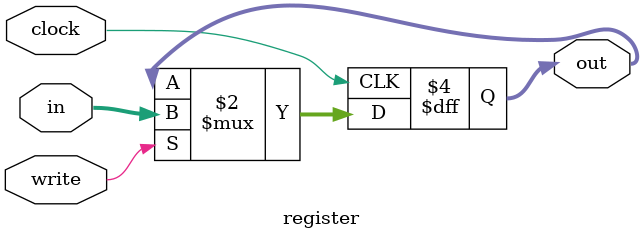
<source format=v>

module register (
  input [31:0] in,
  output reg [31:0] out,
  input write,
  input clock
  );
  
  always @(negedge clock) // Чтение данных по фронту clock, запись - по спаду
  begin
    if (write) out <= in;
  end

endmodule

</source>
